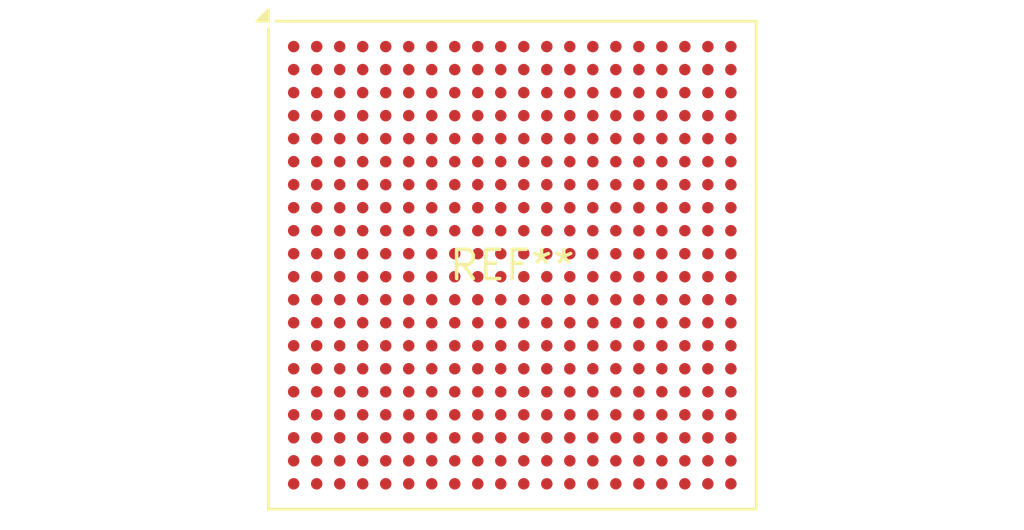
<source format=kicad_pcb>
(kicad_pcb (version 20240108) (generator pcbnew)
  (layers (0 "F.Cu" signal) (31 "B.Cu" signal) (34 "B.Paste" user) (35 "F.Paste" user) (36 "B.SilkS" user "B.Silkscreen") (37 "F.SilkS" user "F.Silkscreen") (38 "B.Mask" user) (39 "F.Mask" user) (44 "Edge.Cuts" user))
  (net 0 "")
  (footprint "BGA-400_21.0x21.0mm_Layout20x20_P1.0mm" (layer "F.Cu") (at 0 0)
    (property "Reference" "REF**")
    (property "Value" "BGA-400_21.0x21.0mm_Layout20x20_P1.0mm")
    (fp_line (start -10.6 10.6) (end -10.6 -10.28) (layer "F.SilkS") (stroke (width 0.12)))
    (fp_line (start -10.28 -10.6) (end 10.6 -10.6) (layer "F.SilkS") (stroke (width 0.12)))
    (fp_line (start 10.6 -10.6) (end 10.6 10.6) (layer "F.SilkS") (stroke (width 0.12)))
    (fp_line (start 10.6 10.6) (end -10.6 10.6) (layer "F.SilkS") (stroke (width 0.12)))
    (fp_poly (pts (xy -10.6 -10.6) (xy -11.1 -10.6) (xy -10.6 -11.1) (xy -10.6 -10.6)) (layer "F.SilkS") (stroke (width 0.12)) (fill solid))
    (pad "A1" smd circle (at -9.5 -9.5) (size 0.5 0.5) (property pad_prop_bga) (layers "F.Cu" "F.Paste" "F.Mask"))
    (pad "A2" smd circle (at -8.5 -9.5) (size 0.5 0.5) (property pad_prop_bga) (layers "F.Cu" "F.Paste" "F.Mask"))
    (pad "A3" smd circle (at -7.5 -9.5) (size 0.5 0.5) (property pad_prop_bga) (layers "F.Cu" "F.Paste" "F.Mask"))
    (pad "A4" smd circle (at -6.5 -9.5) (size 0.5 0.5) (property pad_prop_bga) (layers "F.Cu" "F.Paste" "F.Mask"))
    (pad "A5" smd circle (at -5.5 -9.5) (size 0.5 0.5) (property pad_prop_bga) (layers "F.Cu" "F.Paste" "F.Mask"))
    (pad "A6" smd circle (at -4.5 -9.5) (size 0.5 0.5) (property pad_prop_bga) (layers "F.Cu" "F.Paste" "F.Mask"))
    (pad "A7" smd circle (at -3.5 -9.5) (size 0.5 0.5) (property pad_prop_bga) (layers "F.Cu" "F.Paste" "F.Mask"))
    (pad "A8" smd circle (at -2.5 -9.5) (size 0.5 0.5) (property pad_prop_bga) (layers "F.Cu" "F.Paste" "F.Mask"))
    (pad "A9" smd circle (at -1.5 -9.5) (size 0.5 0.5) (property pad_prop_bga) (layers "F.Cu" "F.Paste" "F.Mask"))
    (pad "A10" smd circle (at -0.5 -9.5) (size 0.5 0.5) (property pad_prop_bga) (layers "F.Cu" "F.Paste" "F.Mask"))
    (pad "A11" smd circle (at 0.5 -9.5) (size 0.5 0.5) (property pad_prop_bga) (layers "F.Cu" "F.Paste" "F.Mask"))
    (pad "A12" smd circle (at 1.5 -9.5) (size 0.5 0.5) (property pad_prop_bga) (layers "F.Cu" "F.Paste" "F.Mask"))
    (pad "A13" smd circle (at 2.5 -9.5) (size 0.5 0.5) (property pad_prop_bga) (layers "F.Cu" "F.Paste" "F.Mask"))
    (pad "A14" smd circle (at 3.5 -9.5) (size 0.5 0.5) (property pad_prop_bga) (layers "F.Cu" "F.Paste" "F.Mask"))
    (pad "A15" smd circle (at 4.5 -9.5) (size 0.5 0.5) (property pad_prop_bga) (layers "F.Cu" "F.Paste" "F.Mask"))
    (pad "A16" smd circle (at 5.5 -9.5) (size 0.5 0.5) (property pad_prop_bga) (layers "F.Cu" "F.Paste" "F.Mask"))
    (pad "A17" smd circle (at 6.5 -9.5) (size 0.5 0.5) (property pad_prop_bga) (layers "F.Cu" "F.Paste" "F.Mask"))
    (pad "A18" smd circle (at 7.5 -9.5) (size 0.5 0.5) (property pad_prop_bga) (layers "F.Cu" "F.Paste" "F.Mask"))
    (pad "A19" smd circle (at 8.5 -9.5) (size 0.5 0.5) (property pad_prop_bga) (layers "F.Cu" "F.Paste" "F.Mask"))
    (pad "A20" smd circle (at 9.5 -9.5) (size 0.5 0.5) (property pad_prop_bga) (layers "F.Cu" "F.Paste" "F.Mask"))
    (pad "B1" smd circle (at -9.5 -8.5) (size 0.5 0.5) (property pad_prop_bga) (layers "F.Cu" "F.Paste" "F.Mask"))
    (pad "B2" smd circle (at -8.5 -8.5) (size 0.5 0.5) (property pad_prop_bga) (layers "F.Cu" "F.Paste" "F.Mask"))
    (pad "B3" smd circle (at -7.5 -8.5) (size 0.5 0.5) (property pad_prop_bga) (layers "F.Cu" "F.Paste" "F.Mask"))
    (pad "B4" smd circle (at -6.5 -8.5) (size 0.5 0.5) (property pad_prop_bga) (layers "F.Cu" "F.Paste" "F.Mask"))
    (pad "B5" smd circle (at -5.5 -8.5) (size 0.5 0.5) (property pad_prop_bga) (layers "F.Cu" "F.Paste" "F.Mask"))
    (pad "B6" smd circle (at -4.5 -8.5) (size 0.5 0.5) (property pad_prop_bga) (layers "F.Cu" "F.Paste" "F.Mask"))
    (pad "B7" smd circle (at -3.5 -8.5) (size 0.5 0.5) (property pad_prop_bga) (layers "F.Cu" "F.Paste" "F.Mask"))
    (pad "B8" smd circle (at -2.5 -8.5) (size 0.5 0.5) (property pad_prop_bga) (layers "F.Cu" "F.Paste" "F.Mask"))
    (pad "B9" smd circle (at -1.5 -8.5) (size 0.5 0.5) (property pad_prop_bga) (layers "F.Cu" "F.Paste" "F.Mask"))
    (pad "B10" smd circle (at -0.5 -8.5) (size 0.5 0.5) (property pad_prop_bga) (layers "F.Cu" "F.Paste" "F.Mask"))
    (pad "B11" smd circle (at 0.5 -8.5) (size 0.5 0.5) (property pad_prop_bga) (layers "F.Cu" "F.Paste" "F.Mask"))
    (pad "B12" smd circle (at 1.5 -8.5) (size 0.5 0.5) (property pad_prop_bga) (layers "F.Cu" "F.Paste" "F.Mask"))
    (pad "B13" smd circle (at 2.5 -8.5) (size 0.5 0.5) (property pad_prop_bga) (layers "F.Cu" "F.Paste" "F.Mask"))
    (pad "B14" smd circle (at 3.5 -8.5) (size 0.5 0.5) (property pad_prop_bga) (layers "F.Cu" "F.Paste" "F.Mask"))
    (pad "B15" smd circle (at 4.5 -8.5) (size 0.5 0.5) (property pad_prop_bga) (layers "F.Cu" "F.Paste" "F.Mask"))
    (pad "B16" smd circle (at 5.5 -8.5) (size 0.5 0.5) (property pad_prop_bga) (layers "F.Cu" "F.Paste" "F.Mask"))
    (pad "B17" smd circle (at 6.5 -8.5) (size 0.5 0.5) (property pad_prop_bga) (layers "F.Cu" "F.Paste" "F.Mask"))
    (pad "B18" smd circle (at 7.5 -8.5) (size 0.5 0.5) (property pad_prop_bga) (layers "F.Cu" "F.Paste" "F.Mask"))
    (pad "B19" smd circle (at 8.5 -8.5) (size 0.5 0.5) (property pad_prop_bga) (layers "F.Cu" "F.Paste" "F.Mask"))
    (pad "B20" smd circle (at 9.5 -8.5) (size 0.5 0.5) (property pad_prop_bga) (layers "F.Cu" "F.Paste" "F.Mask"))
    (pad "C1" smd circle (at -9.5 -7.5) (size 0.5 0.5) (property pad_prop_bga) (layers "F.Cu" "F.Paste" "F.Mask"))
    (pad "C2" smd circle (at -8.5 -7.5) (size 0.5 0.5) (property pad_prop_bga) (layers "F.Cu" "F.Paste" "F.Mask"))
    (pad "C3" smd circle (at -7.5 -7.5) (size 0.5 0.5) (property pad_prop_bga) (layers "F.Cu" "F.Paste" "F.Mask"))
    (pad "C4" smd circle (at -6.5 -7.5) (size 0.5 0.5) (property pad_prop_bga) (layers "F.Cu" "F.Paste" "F.Mask"))
    (pad "C5" smd circle (at -5.5 -7.5) (size 0.5 0.5) (property pad_prop_bga) (layers "F.Cu" "F.Paste" "F.Mask"))
    (pad "C6" smd circle (at -4.5 -7.5) (size 0.5 0.5) (property pad_prop_bga) (layers "F.Cu" "F.Paste" "F.Mask"))
    (pad "C7" smd circle (at -3.5 -7.5) (size 0.5 0.5) (property pad_prop_bga) (layers "F.Cu" "F.Paste" "F.Mask"))
    (pad "C8" smd circle (at -2.5 -7.5) (size 0.5 0.5) (property pad_prop_bga) (layers "F.Cu" "F.Paste" "F.Mask"))
    (pad "C9" smd circle (at -1.5 -7.5) (size 0.5 0.5) (property pad_prop_bga) (layers "F.Cu" "F.Paste" "F.Mask"))
    (pad "C10" smd circle (at -0.5 -7.5) (size 0.5 0.5) (property pad_prop_bga) (layers "F.Cu" "F.Paste" "F.Mask"))
    (pad "C11" smd circle (at 0.5 -7.5) (size 0.5 0.5) (property pad_prop_bga) (layers "F.Cu" "F.Paste" "F.Mask"))
    (pad "C12" smd circle (at 1.5 -7.5) (size 0.5 0.5) (property pad_prop_bga) (layers "F.Cu" "F.Paste" "F.Mask"))
    (pad "C13" smd circle (at 2.5 -7.5) (size 0.5 0.5) (property pad_prop_bga) (layers "F.Cu" "F.Paste" "F.Mask"))
    (pad "C14" smd circle (at 3.5 -7.5) (size 0.5 0.5) (property pad_prop_bga) (layers "F.Cu" "F.Paste" "F.Mask"))
    (pad "C15" smd circle (at 4.5 -7.5) (size 0.5 0.5) (property pad_prop_bga) (layers "F.Cu" "F.Paste" "F.Mask"))
    (pad "C16" smd circle (at 5.5 -7.5) (size 0.5 0.5) (property pad_prop_bga) (layers "F.Cu" "F.Paste" "F.Mask"))
    (pad "C17" smd circle (at 6.5 -7.5) (size 0.5 0.5) (property pad_prop_bga) (layers "F.Cu" "F.Paste" "F.Mask"))
    (pad "C18" smd circle (at 7.5 -7.5) (size 0.5 0.5) (property pad_prop_bga) (layers "F.Cu" "F.Paste" "F.Mask"))
    (pad "C19" smd circle (at 8.5 -7.5) (size 0.5 0.5) (property pad_prop_bga) (layers "F.Cu" "F.Paste" "F.Mask"))
    (pad "C20" smd circle (at 9.5 -7.5) (size 0.5 0.5) (property pad_prop_bga) (layers "F.Cu" "F.Paste" "F.Mask"))
    (pad "D1" smd circle (at -9.5 -6.5) (size 0.5 0.5) (property pad_prop_bga) (layers "F.Cu" "F.Paste" "F.Mask"))
    (pad "D2" smd circle (at -8.5 -6.5) (size 0.5 0.5) (property pad_prop_bga) (layers "F.Cu" "F.Paste" "F.Mask"))
    (pad "D3" smd circle (at -7.5 -6.5) (size 0.5 0.5) (property pad_prop_bga) (layers "F.Cu" "F.Paste" "F.Mask"))
    (pad "D4" smd circle (at -6.5 -6.5) (size 0.5 0.5) (property pad_prop_bga) (layers "F.Cu" "F.Paste" "F.Mask"))
    (pad "D5" smd circle (at -5.5 -6.5) (size 0.5 0.5) (property pad_prop_bga) (layers "F.Cu" "F.Paste" "F.Mask"))
    (pad "D6" smd circle (at -4.5 -6.5) (size 0.5 0.5) (property pad_prop_bga) (layers "F.Cu" "F.Paste" "F.Mask"))
    (pad "D7" smd circle (at -3.5 -6.5) (size 0.5 0.5) (property pad_prop_bga) (layers "F.Cu" "F.Paste" "F.Mask"))
    (pad "D8" smd circle (at -2.5 -6.5) (size 0.5 0.5) (property pad_prop_bga) (layers "F.Cu" "F.Paste" "F.Mask"))
    (pad "D9" smd circle (at -1.5 -6.5) (size 0.5 0.5) (property pad_prop_bga) (layers "F.Cu" "F.Paste" "F.Mask"))
    (pad "D10" smd circle (at -0.5 -6.5) (size 0.5 0.5) (property pad_prop_bga) (layers "F.Cu" "F.Paste" "F.Mask"))
    (pad "D11" smd circle (at 0.5 -6.5) (size 0.5 0.5) (property pad_prop_bga) (layers "F.Cu" "F.Paste" "F.Mask"))
    (pad "D12" smd circle (at 1.5 -6.5) (size 0.5 0.5) (property pad_prop_bga) (layers "F.Cu" "F.Paste" "F.Mask"))
    (pad "D13" smd circle (at 2.5 -6.5) (size 0.5 0.5) (property pad_prop_bga) (layers "F.Cu" "F.Paste" "F.Mask"))
    (pad "D14" smd circle (at 3.5 -6.5) (size 0.5 0.5) (property pad_prop_bga) (layers "F.Cu" "F.Paste" "F.Mask"))
    (pad "D15" smd circle (at 4.5 -6.5) (size 0.5 0.5) (property pad_prop_bga) (layers "F.Cu" "F.Paste" "F.Mask"))
    (pad "D16" smd circle (at 5.5 -6.5) (size 0.5 0.5) (property pad_prop_bga) (layers "F.Cu" "F.Paste" "F.Mask"))
    (pad "D17" smd circle (at 6.5 -6.5) (size 0.5 0.5) (property pad_prop_bga) (layers "F.Cu" "F.Paste" "F.Mask"))
    (pad "D18" smd circle (at 7.5 -6.5) (size 0.5 0.5) (property pad_prop_bga) (layers "F.Cu" "F.Paste" "F.Mask"))
    (pad "D19" smd circle (at 8.5 -6.5) (size 0.5 0.5) (property pad_prop_bga) (layers "F.Cu" "F.Paste" "F.Mask"))
    (pad "D20" smd circle (at 9.5 -6.5) (size 0.5 0.5) (property pad_prop_bga) (layers "F.Cu" "F.Paste" "F.Mask"))
    (pad "E1" smd circle (at -9.5 -5.5) (size 0.5 0.5) (property pad_prop_bga) (layers "F.Cu" "F.Paste" "F.Mask"))
    (pad "E2" smd circle (at -8.5 -5.5) (size 0.5 0.5) (property pad_prop_bga) (layers "F.Cu" "F.Paste" "F.Mask"))
    (pad "E3" smd circle (at -7.5 -5.5) (size 0.5 0.5) (property pad_prop_bga) (layers "F.Cu" "F.Paste" "F.Mask"))
    (pad "E4" smd circle (at -6.5 -5.5) (size 0.5 0.5) (property pad_prop_bga) (layers "F.Cu" "F.Paste" "F.Mask"))
    (pad "E5" smd circle (at -5.5 -5.5) (size 0.5 0.5) (property pad_prop_bga) (layers "F.Cu" "F.Paste" "F.Mask"))
    (pad "E6" smd circle (at -4.5 -5.5) (size 0.5 0.5) (property pad_prop_bga) (layers "F.Cu" "F.Paste" "F.Mask"))
    (pad "E7" smd circle (at -3.5 -5.5) (size 0.5 0.5) (property pad_prop_bga) (layers "F.Cu" "F.Paste" "F.Mask"))
    (pad "E8" smd circle (at -2.5 -5.5) (size 0.5 0.5) (property pad_prop_bga) (layers "F.Cu" "F.Paste" "F.Mask"))
    (pad "E9" smd circle (at -1.5 -5.5) (size 0.5 0.5) (property pad_prop_bga) (layers "F.Cu" "F.Paste" "F.Mask"))
    (pad "E10" smd circle (at -0.5 -5.5) (size 0.5 0.5) (property pad_prop_bga) (layers "F.Cu" "F.Paste" "F.Mask"))
    (pad "E11" smd circle (at 0.5 -5.5) (size 0.5 0.5) (property pad_prop_bga) (layers "F.Cu" "F.Paste" "F.Mask"))
    (pad "E12" smd circle (at 1.5 -5.5) (size 0.5 0.5) (property pad_prop_bga) (layers "F.Cu" "F.Paste" "F.Mask"))
    (pad "E13" smd circle (at 2.5 -5.5) (size 0.5 0.5) (property pad_prop_bga) (layers "F.Cu" "F.Paste" "F.Mask"))
    (pad "E14" smd circle (at 3.5 -5.5) (size 0.5 0.5) (property pad_prop_bga) (layers "F.Cu" "F.Paste" "F.Mask"))
    (pad "E15" smd circle (at 4.5 -5.5) (size 0.5 0.5) (property pad_prop_bga) (layers "F.Cu" "F.Paste" "F.Mask"))
    (pad "E16" smd circle (at 5.5 -5.5) (size 0.5 0.5) (property pad_prop_bga) (layers "F.Cu" "F.Paste" "F.Mask"))
    (pad "E17" smd circle (at 6.5 -5.5) (size 0.5 0.5) (property pad_prop_bga) (layers "F.Cu" "F.Paste" "F.Mask"))
    (pad "E18" smd circle (at 7.5 -5.5) (size 0.5 0.5) (property pad_prop_bga) (layers "F.Cu" "F.Paste" "F.Mask"))
    (pad "E19" smd circle (at 8.5 -5.5) (size 0.5 0.5) (property pad_prop_bga) (layers "F.Cu" "F.Paste" "F.Mask"))
    (pad "E20" smd circle (at 9.5 -5.5) (size 0.5 0.5) (property pad_prop_bga) (layers "F.Cu" "F.Paste" "F.Mask"))
    (pad "F1" smd circle (at -9.5 -4.5) (size 0.5 0.5) (property pad_prop_bga) (layers "F.Cu" "F.Paste" "F.Mask"))
    (pad "F2" smd circle (at -8.5 -4.5) (size 0.5 0.5) (property pad_prop_bga) (layers "F.Cu" "F.Paste" "F.Mask"))
    (pad "F3" smd circle (at -7.5 -4.5) (size 0.5 0.5) (property pad_prop_bga) (layers "F.Cu" "F.Paste" "F.Mask"))
    (pad "F4" smd circle (at -6.5 -4.5) (size 0.5 0.5) (property pad_prop_bga) (layers "F.Cu" "F.Paste" "F.Mask"))
    (pad "F5" smd circle (at -5.5 -4.5) (size 0.5 0.5) (property pad_prop_bga) (layers "F.Cu" "F.Paste" "F.Mask"))
    (pad "F6" smd circle (at -4.5 -4.5) (size 0.5 0.5) (property pad_prop_bga) (layers "F.Cu" "F.Paste" "F.Mask"))
    (pad "F7" smd circle (at -3.5 -4.5) (size 0.5 0.5) (property pad_prop_bga) (layers "F.Cu" "F.Paste" "F.Mask"))
    (pad "F8" smd circle (at -2.5 -4.5) (size 0.5 0.5) (property pad_prop_bga) (layers "F.Cu" "F.Paste" "F.Mask"))
    (pad "F9" smd circle (at -1.5 -4.5) (size 0.5 0.5) (property pad_prop_bga) (layers "F.Cu" "F.Paste" "F.Mask"))
    (pad "F10" smd circle (at -0.5 -4.5) (size 0.5 0.5) (property pad_prop_bga) (layers "F.Cu" "F.Paste" "F.Mask"))
    (pad "F11" smd circle (at 0.5 -4.5) (size 0.5 0.5) (property pad_prop_bga) (layers "F.Cu" "F.Paste" "F.Mask"))
    (pad "F12" smd circle (at 1.5 -4.5) (size 0.5 0.5) (property pad_prop_bga) (layers "F.Cu" "F.Paste" "F.Mask"))
    (pad "F13" smd circle (at 2.5 -4.5) (size 0.5 0.5) (property pad_prop_bga) (layers "F.Cu" "F.Paste" "F.Mask"))
    (pad "F14" smd circle (at 3.5 -4.5) (size 0.5 0.5) (property pad_prop_bga) (layers "F.Cu" "F.Paste" "F.Mask"))
    (pad "F15" smd circle (at 4.5 -4.5) (size 0.5 0.5) (property pad_prop_bga) (layers "F.Cu" "F.Paste" "F.Mask"))
    (pad "F16" smd circle (at 5.5 -4.5) (size 0.5 0.5) (property pad_prop_bga) (layers "F.Cu" "F.Paste" "F.Mask"))
    (pad "F17" smd circle (at 6.5 -4.5) (size 0.5 0.5) (property pad_prop_bga) (layers "F.Cu" "F.Paste" "F.Mask"))
    (pad "F18" smd circle (at 7.5 -4.5) (size 0.5 0.5) (property pad_prop_bga) (layers "F.Cu" "F.Paste" "F.Mask"))
    (pad "F19" smd circle (at 8.5 -4.5) (size 0.5 0.5) (property pad_prop_bga) (layers "F.Cu" "F.Paste" "F.Mask"))
    (pad "F20" smd circle (at 9.5 -4.5) (size 0.5 0.5) (property pad_prop_bga) (layers "F.Cu" "F.Paste" "F.Mask"))
    (pad "G1" smd circle (at -9.5 -3.5) (size 0.5 0.5) (property pad_prop_bga) (layers "F.Cu" "F.Paste" "F.Mask"))
    (pad "G2" smd circle (at -8.5 -3.5) (size 0.5 0.5) (property pad_prop_bga) (layers "F.Cu" "F.Paste" "F.Mask"))
    (pad "G3" smd circle (at -7.5 -3.5) (size 0.5 0.5) (property pad_prop_bga) (layers "F.Cu" "F.Paste" "F.Mask"))
    (pad "G4" smd circle (at -6.5 -3.5) (size 0.5 0.5) (property pad_prop_bga) (layers "F.Cu" "F.Paste" "F.Mask"))
    (pad "G5" smd circle (at -5.5 -3.5) (size 0.5 0.5) (property pad_prop_bga) (layers "F.Cu" "F.Paste" "F.Mask"))
    (pad "G6" smd circle (at -4.5 -3.5) (size 0.5 0.5) (property pad_prop_bga) (layers "F.Cu" "F.Paste" "F.Mask"))
    (pad "G7" smd circle (at -3.5 -3.5) (size 0.5 0.5) (property pad_prop_bga) (layers "F.Cu" "F.Paste" "F.Mask"))
    (pad "G8" smd circle (at -2.5 -3.5) (size 0.5 0.5) (property pad_prop_bga) (layers "F.Cu" "F.Paste" "F.Mask"))
    (pad "G9" smd circle (at -1.5 -3.5) (size 0.5 0.5) (property pad_prop_bga) (layers "F.Cu" "F.Paste" "F.Mask"))
    (pad "G10" smd circle (at -0.5 -3.5) (size 0.5 0.5) (property pad_prop_bga) (layers "F.Cu" "F.Paste" "F.Mask"))
    (pad "G11" smd circle (at 0.5 -3.5) (size 0.5 0.5) (property pad_prop_bga) (layers "F.Cu" "F.Paste" "F.Mask"))
    (pad "G12" smd circle (at 1.5 -3.5) (size 0.5 0.5) (property pad_prop_bga) (layers "F.Cu" "F.Paste" "F.Mask"))
    (pad "G13" smd circle (at 2.5 -3.5) (size 0.5 0.5) (property pad_prop_bga) (layers "F.Cu" "F.Paste" "F.Mask"))
    (pad "G14" smd circle (at 3.5 -3.5) (size 0.5 0.5) (property pad_prop_bga) (layers "F.Cu" "F.Paste" "F.Mask"))
    (pad "G15" smd circle (at 4.5 -3.5) (size 0.5 0.5) (property pad_prop_bga) (layers "F.Cu" "F.Paste" "F.Mask"))
    (pad "G16" smd circle (at 5.5 -3.5) (size 0.5 0.5) (property pad_prop_bga) (layers "F.Cu" "F.Paste" "F.Mask"))
    (pad "G17" smd circle (at 6.5 -3.5) (size 0.5 0.5) (property pad_prop_bga) (layers "F.Cu" "F.Paste" "F.Mask"))
    (pad "G18" smd circle (at 7.5 -3.5) (size 0.5 0.5) (property pad_prop_bga) (layers "F.Cu" "F.Paste" "F.Mask"))
    (pad "G19" smd circle (at 8.5 -3.5) (size 0.5 0.5) (property pad_prop_bga) (layers "F.Cu" "F.Paste" "F.Mask"))
    (pad "G20" smd circle (at 9.5 -3.5) (size 0.5 0.5) (property pad_prop_bga) (layers "F.Cu" "F.Paste" "F.Mask"))
    (pad "H1" smd circle (at -9.5 -2.5) (size 0.5 0.5) (property pad_prop_bga) (layers "F.Cu" "F.Paste" "F.Mask"))
    (pad "H2" smd circle (at -8.5 -2.5) (size 0.5 0.5) (property pad_prop_bga) (layers "F.Cu" "F.Paste" "F.Mask"))
    (pad "H3" smd circle (at -7.5 -2.5) (size 0.5 0.5) (property pad_prop_bga) (layers "F.Cu" "F.Paste" "F.Mask"))
    (pad "H4" smd circle (at -6.5 -2.5) (size 0.5 0.5) (property pad_prop_bga) (layers "F.Cu" "F.Paste" "F.Mask"))
    (pad "H5" smd circle (at -5.5 -2.5) (size 0.5 0.5) (property pad_prop_bga) (layers "F.Cu" "F.Paste" "F.Mask"))
    (pad "H6" smd circle (at -4.5 -2.5) (size 0.5 0.5) (property pad_prop_bga) (layers "F.Cu" "F.Paste" "F.Mask"))
    (pad "H7" smd circle (at -3.5 -2.5) (size 0.5 0.5) (property pad_prop_bga) (layers "F.Cu" "F.Paste" "F.Mask"))
    (pad "H8" smd circle (at -2.5 -2.5) (size 0.5 0.5) (property pad_prop_bga) (layers "F.Cu" "F.Paste" "F.Mask"))
    (pad "H9" smd circle (at -1.5 -2.5) (size 0.5 0.5) (property pad_prop_bga) (layers "F.Cu" "F.Paste" "F.Mask"))
    (pad "H10" smd circle (at -0.5 -2.5) (size 0.5 0.5) (property pad_prop_bga) (layers "F.Cu" "F.Paste" "F.Mask"))
    (pad "H11" smd circle (at 0.5 -2.5) (size 0.5 0.5) (property pad_prop_bga) (layers "F.Cu" "F.Paste" "F.Mask"))
    (pad "H12" smd circle (at 1.5 -2.5) (size 0.5 0.5) (property pad_prop_bga) (layers "F.Cu" "F.Paste" "F.Mask"))
    (pad "H13" smd circle (at 2.5 -2.5) (size 0.5 0.5) (property pad_prop_bga) (layers "F.Cu" "F.Paste" "F.Mask"))
    (pad "H14" smd circle (at 3.5 -2.5) (size 0.5 0.5) (property pad_prop_bga) (layers "F.Cu" "F.Paste" "F.Mask"))
    (pad "H15" smd circle (at 4.5 -2.5) (size 0.5 0.5) (property pad_prop_bga) (layers "F.Cu" "F.Paste" "F.Mask"))
    (pad "H16" smd circle (at 5.5 -2.5) (size 0.5 0.5) (property pad_prop_bga) (layers "F.Cu" "F.Paste" "F.Mask"))
    (pad "H17" smd circle (at 6.5 -2.5) (size 0.5 0.5) (property pad_prop_bga) (layers "F.Cu" "F.Paste" "F.Mask"))
    (pad "H18" smd circle (at 7.5 -2.5) (size 0.5 0.5) (property pad_prop_bga) (layers "F.Cu" "F.Paste" "F.Mask"))
    (pad "H19" smd circle (at 8.5 -2.5) (size 0.5 0.5) (property pad_prop_bga) (layers "F.Cu" "F.Paste" "F.Mask"))
    (pad "H20" smd circle (at 9.5 -2.5) (size 0.5 0.5) (property pad_prop_bga) (layers "F.Cu" "F.Paste" "F.Mask"))
    (pad "J1" smd circle (at -9.5 -1.5) (size 0.5 0.5) (property pad_prop_bga) (layers "F.Cu" "F.Paste" "F.Mask"))
    (pad "J2" smd circle (at -8.5 -1.5) (size 0.5 0.5) (property pad_prop_bga) (layers "F.Cu" "F.Paste" "F.Mask"))
    (pad "J3" smd circle (at -7.5 -1.5) (size 0.5 0.5) (property pad_prop_bga) (layers "F.Cu" "F.Paste" "F.Mask"))
    (pad "J4" smd circle (at -6.5 -1.5) (size 0.5 0.5) (property pad_prop_bga) (layers "F.Cu" "F.Paste" "F.Mask"))
    (pad "J5" smd circle (at -5.5 -1.5) (size 0.5 0.5) (property pad_prop_bga) (layers "F.Cu" "F.Paste" "F.Mask"))
    (pad "J6" smd circle (at -4.5 -1.5) (size 0.5 0.5) (property pad_prop_bga) (layers "F.Cu" "F.Paste" "F.Mask"))
    (pad "J7" smd circle (at -3.5 -1.5) (size 0.5 0.5) (property pad_prop_bga) (layers "F.Cu" "F.Paste" "F.Mask"))
    (pad "J8" smd circle (at -2.5 -1.5) (size 0.5 0.5) (property pad_prop_bga) (layers "F.Cu" "F.Paste" "F.Mask"))
    (pad "J9" smd circle (at -1.5 -1.5) (size 0.5 0.5) (property pad_prop_bga) (layers "F.Cu" "F.Paste" "F.Mask"))
    (pad "J10" smd circle (at -0.5 -1.5) (size 0.5 0.5) (property pad_prop_bga) (layers "F.Cu" "F.Paste" "F.Mask"))
    (pad "J11" smd circle (at 0.5 -1.5) (size 0.5 0.5) (property pad_prop_bga) (layers "F.Cu" "F.Paste" "F.Mask"))
    (pad "J12" smd circle (at 1.5 -1.5) (size 0.5 0.5) (property pad_prop_bga) (layers "F.Cu" "F.Paste" "F.Mask"))
    (pad "J13" smd circle (at 2.5 -1.5) (size 0.5 0.5) (property pad_prop_bga) (layers "F.Cu" "F.Paste" "F.Mask"))
    (pad "J14" smd circle (at 3.5 -1.5) (size 0.5 0.5) (property pad_prop_bga) (layers "F.Cu" "F.Paste" "F.Mask"))
    (pad "J15" smd circle (at 4.5 -1.5) (size 0.5 0.5) (property pad_prop_bga) (layers "F.Cu" "F.Paste" "F.Mask"))
    (pad "J16" smd circle (at 5.5 -1.5) (size 0.5 0.5) (property pad_prop_bga) (layers "F.Cu" "F.Paste" "F.Mask"))
    (pad "J17" smd circle (at 6.5 -1.5) (size 0.5 0.5) (property pad_prop_bga) (layers "F.Cu" "F.Paste" "F.Mask"))
    (pad "J18" smd circle (at 7.5 -1.5) (size 0.5 0.5) (property pad_prop_bga) (layers "F.Cu" "F.Paste" "F.Mask"))
    (pad "J19" smd circle (at 8.5 -1.5) (size 0.5 0.5) (property pad_prop_bga) (layers "F.Cu" "F.Paste" "F.Mask"))
    (pad "J20" smd circle (at 9.5 -1.5) (size 0.5 0.5) (property pad_prop_bga) (layers "F.Cu" "F.Paste" "F.Mask"))
    (pad "K1" smd circle (at -9.5 -0.5) (size 0.5 0.5) (property pad_prop_bga) (layers "F.Cu" "F.Paste" "F.Mask"))
    (pad "K2" smd circle (at -8.5 -0.5) (size 0.5 0.5) (property pad_prop_bga) (layers "F.Cu" "F.Paste" "F.Mask"))
    (pad "K3" smd circle (at -7.5 -0.5) (size 0.5 0.5) (property pad_prop_bga) (layers "F.Cu" "F.Paste" "F.Mask"))
    (pad "K4" smd circle (at -6.5 -0.5) (size 0.5 0.5) (property pad_prop_bga) (layers "F.Cu" "F.Paste" "F.Mask"))
    (pad "K5" smd circle (at -5.5 -0.5) (size 0.5 0.5) (property pad_prop_bga) (layers "F.Cu" "F.Paste" "F.Mask"))
    (pad "K6" smd circle (at -4.5 -0.5) (size 0.5 0.5) (property pad_prop_bga) (layers "F.Cu" "F.Paste" "F.Mask"))
    (pad "K7" smd circle (at -3.5 -0.5) (size 0.5 0.5) (property pad_prop_bga) (layers "F.Cu" "F.Paste" "F.Mask"))
    (pad "K8" smd circle (at -2.5 -0.5) (size 0.5 0.5) (property pad_prop_bga) (layers "F.Cu" "F.Paste" "F.Mask"))
    (pad "K9" smd circle (at -1.5 -0.5) (size 0.5 0.5) (property pad_prop_bga) (layers "F.Cu" "F.Paste" "F.Mask"))
    (pad "K10" smd circle (at -0.5 -0.5) (size 0.5 0.5) (property pad_prop_bga) (layers "F.Cu" "F.Paste" "F.Mask"))
    (pad "K11" smd circle (at 0.5 -0.5) (size 0.5 0.5) (property pad_prop_bga) (layers "F.Cu" "F.Paste" "F.Mask"))
    (pad "K12" smd circle (at 1.5 -0.5) (size 0.5 0.5) (property pad_prop_bga) (layers "F.Cu" "F.Paste" "F.Mask"))
    (pad "K13" smd circle (at 2.5 -0.5) (size 0.5 0.5) (property pad_prop_bga) (layers "F.Cu" "F.Paste" "F.Mask"))
    (pad "K14" smd circle (at 3.5 -0.5) (size 0.5 0.5) (property pad_prop_bga) (layers "F.Cu" "F.Paste" "F.Mask"))
    (pad "K15" smd circle (at 4.5 -0.5) (size 0.5 0.5) (property pad_prop_bga) (layers "F.Cu" "F.Paste" "F.Mask"))
    (pad "K16" smd circle (at 5.5 -0.5) (size 0.5 0.5) (property pad_prop_bga) (layers "F.Cu" "F.Paste" "F.Mask"))
    (pad "K17" smd circle (at 6.5 -0.5) (size 0.5 0.5) (property pad_prop_bga) (layers "F.Cu" "F.Paste" "F.Mask"))
    (pad "K18" smd circle (at 7.5 -0.5) (size 0.5 0.5) (property pad_prop_bga) (layers "F.Cu" "F.Paste" "F.Mask"))
    (pad "K19" smd circle (at 8.5 -0.5) (size 0.5 0.5) (property pad_prop_bga) (layers "F.Cu" "F.Paste" "F.Mask"))
    (pad "K20" smd circle (at 9.5 -0.5) (size 0.5 0.5) (property pad_prop_bga) (layers "F.Cu" "F.Paste" "F.Mask"))
    (pad "L1" smd circle (at -9.5 0.5) (size 0.5 0.5) (property pad_prop_bga) (layers "F.Cu" "F.Paste" "F.Mask"))
    (pad "L2" smd circle (at -8.5 0.5) (size 0.5 0.5) (property pad_prop_bga) (layers "F.Cu" "F.Paste" "F.Mask"))
    (pad "L3" smd circle (at -7.5 0.5) (size 0.5 0.5) (property pad_prop_bga) (layers "F.Cu" "F.Paste" "F.Mask"))
    (pad "L4" smd circle (at -6.5 0.5) (size 0.5 0.5) (property pad_prop_bga) (layers "F.Cu" "F.Paste" "F.Mask"))
    (pad "L5" smd circle (at -5.5 0.5) (size 0.5 0.5) (property pad_prop_bga) (layers "F.Cu" "F.Paste" "F.Mask"))
    (pad "L6" smd circle (at -4.5 0.5) (size 0.5 0.5) (property pad_prop_bga) (layers "F.Cu" "F.Paste" "F.Mask"))
    (pad "L7" smd circle (at -3.5 0.5) (size 0.5 0.5) (property pad_prop_bga) (layers "F.Cu" "F.Paste" "F.Mask"))
    (pad "L8" smd circle (at -2.5 0.5) (size 0.5 0.5) (property pad_prop_bga) (layers "F.Cu" "F.Paste" "F.Mask"))
    (pad "L9" smd circle (at -1.5 0.5) (size 0.5 0.5) (property pad_prop_bga) (layers "F.Cu" "F.Paste" "F.Mask"))
    (pad "L10" smd circle (at -0.5 0.5) (size 0.5 0.5) (property pad_prop_bga) (layers "F.Cu" "F.Paste" "F.Mask"))
    (pad "L11" smd circle (at 0.5 0.5) (size 0.5 0.5) (property pad_prop_bga) (layers "F.Cu" "F.Paste" "F.Mask"))
    (pad "L12" smd circle (at 1.5 0.5) (size 0.5 0.5) (property pad_prop_bga) (layers "F.Cu" "F.Paste" "F.Mask"))
    (pad "L13" smd circle (at 2.5 0.5) (size 0.5 0.5) (property pad_prop_bga) (layers "F.Cu" "F.Paste" "F.Mask"))
    (pad "L14" smd circle (at 3.5 0.5) (size 0.5 0.5) (property pad_prop_bga) (layers "F.Cu" "F.Paste" "F.Mask"))
    (pad "L15" smd circle (at 4.5 0.5) (size 0.5 0.5) (property pad_prop_bga) (layers "F.Cu" "F.Paste" "F.Mask"))
    (pad "L16" smd circle (at 5.5 0.5) (size 0.5 0.5) (property pad_prop_bga) (layers "F.Cu" "F.Paste" "F.Mask"))
    (pad "L17" smd circle (at 6.5 0.5) (size 0.5 0.5) (property pad_prop_bga) (layers "F.Cu" "F.Paste" "F.Mask"))
    (pad "L18" smd circle (at 7.5 0.5) (size 0.5 0.5) (property pad_prop_bga) (layers "F.Cu" "F.Paste" "F.Mask"))
    (pad "L19" smd circle (at 8.5 0.5) (size 0.5 0.5) (property pad_prop_bga) (layers "F.Cu" "F.Paste" "F.Mask"))
    (pad "L20" smd circle (at 9.5 0.5) (size 0.5 0.5) (property pad_prop_bga) (layers "F.Cu" "F.Paste" "F.Mask"))
    (pad "M1" smd circle (at -9.5 1.5) (size 0.5 0.5) (property pad_prop_bga) (layers "F.Cu" "F.Paste" "F.Mask"))
    (pad "M2" smd circle (at -8.5 1.5) (size 0.5 0.5) (property pad_prop_bga) (layers "F.Cu" "F.Paste" "F.Mask"))
    (pad "M3" smd circle (at -7.5 1.5) (size 0.5 0.5) (property pad_prop_bga) (layers "F.Cu" "F.Paste" "F.Mask"))
    (pad "M4" smd circle (at -6.5 1.5) (size 0.5 0.5) (property pad_prop_bga) (layers "F.Cu" "F.Paste" "F.Mask"))
    (pad "M5" smd circle (at -5.5 1.5) (size 0.5 0.5) (property pad_prop_bga) (layers "F.Cu" "F.Paste" "F.Mask"))
    (pad "M6" smd circle (at -4.5 1.5) (size 0.5 0.5) (property pad_prop_bga) (layers "F.Cu" "F.Paste" "F.Mask"))
    (pad "M7" smd circle (at -3.5 1.5) (size 0.5 0.5) (property pad_prop_bga) (layers "F.Cu" "F.Paste" "F.Mask"))
    (pad "M8" smd circle (at -2.5 1.5) (size 0.5 0.5) (property pad_prop_bga) (layers "F.Cu" "F.Paste" "F.Mask"))
    (pad "M9" smd circle (at -1.5 1.5) (size 0.5 0.5) (property pad_prop_bga) (layers "F.Cu" "F.Paste" "F.Mask"))
    (pad "M10" smd circle (at -0.5 1.5) (size 0.5 0.5) (property pad_prop_bga) (layers "F.Cu" "F.Paste" "F.Mask"))
    (pad "M11" smd circle (at 0.5 1.5) (size 0.5 0.5) (property pad_prop_bga) (layers "F.Cu" "F.Paste" "F.Mask"))
    (pad "M12" smd circle (at 1.5 1.5) (size 0.5 0.5) (property pad_prop_bga) (layers "F.Cu" "F.Paste" "F.Mask"))
    (pad "M13" smd circle (at 2.5 1.5) (size 0.5 0.5) (property pad_prop_bga) (layers "F.Cu" "F.Paste" "F.Mask"))
    (pad "M14" smd circle (at 3.5 1.5) (size 0.5 0.5) (property pad_prop_bga) (layers "F.Cu" "F.Paste" "F.Mask"))
    (pad "M15" smd circle (at 4.5 1.5) (size 0.5 0.5) (property pad_prop_bga) (layers "F.Cu" "F.Paste" "F.Mask"))
    (pad "M16" smd circle (at 5.5 1.5) (size 0.5 0.5) (property pad_prop_bga) (layers "F.Cu" "F.Paste" "F.Mask"))
    (pad "M17" smd circle (at 6.5 1.5) (size 0.5 0.5) (property pad_prop_bga) (layers "F.Cu" "F.Paste" "F.Mask"))
    (pad "M18" smd circle (at 7.5 1.5) (size 0.5 0.5) (property pad_prop_bga) (layers "F.Cu" "F.Paste" "F.Mask"))
    (pad "M19" smd circle (at 8.5 1.5) (size 0.5 0.5) (property pad_prop_bga) (layers "F.Cu" "F.Paste" "F.Mask"))
    (pad "M20" smd circle (at 9.5 1.5) (size 0.5 0.5) (property pad_prop_bga) (layers "F.Cu" "F.Paste" "F.Mask"))
    (pad "N1" smd circle (at -9.5 2.5) (size 0.5 0.5) (property pad_prop_bga) (layers "F.Cu" "F.Paste" "F.Mask"))
    (pad "N2" smd circle (at -8.5 2.5) (size 0.5 0.5) (property pad_prop_bga) (layers "F.Cu" "F.Paste" "F.Mask"))
    (pad "N3" smd circle (at -7.5 2.5) (size 0.5 0.5) (property pad_prop_bga) (layers "F.Cu" "F.Paste" "F.Mask"))
    (pad "N4" smd circle (at -6.5 2.5) (size 0.5 0.5) (property pad_prop_bga) (layers "F.Cu" "F.Paste" "F.Mask"))
    (pad "N5" smd circle (at -5.5 2.5) (size 0.5 0.5) (property pad_prop_bga) (layers "F.Cu" "F.Paste" "F.Mask"))
    (pad "N6" smd circle (at -4.5 2.5) (size 0.5 0.5) (property pad_prop_bga) (layers "F.Cu" "F.Paste" "F.Mask"))
    (pad "N7" smd circle (at -3.5 2.5) (size 0.5 0.5) (property pad_prop_bga) (layers "F.Cu" "F.Paste" "F.Mask"))
    (pad "N8" smd circle (at -2.5 2.5) (size 0.5 0.5) (property pad_prop_bga) (layers "F.Cu" "F.Paste" "F.Mask"))
    (pad "N9" smd circle (at -1.5 2.5) (size 0.5 0.5) (property pad_prop_bga) (layers "F.Cu" "F.Paste" "F.Mask"))
    (pad "N10" smd circle (at -0.5 2.5) (size 0.5 0.5) (property pad_prop_bga) (layers "F.Cu" "F.Paste" "F.Mask"))
    (pad "N11" smd circle (at 0.5 2.5) (size 0.5 0.5) (property pad_prop_bga) (layers "F.Cu" "F.Paste" "F.Mask"))
    (pad "N12" smd circle (at 1.5 2.5) (size 0.5 0.5) (property pad_prop_bga) (layers "F.Cu" "F.Paste" "F.Mask"))
    (pad "N13" smd circle (at 2.5 2.5) (size 0.5 0.5) (property pad_prop_bga) (layers "F.Cu" "F.Paste" "F.Mask"))
    (pad "N14" smd circle (at 3.5 2.5) (size 0.5 0.5) (property pad_prop_bga) (layers "F.Cu" "F.Paste" "F.Mask"))
    (pad "N15" smd circle (at 4.5 2.5) (size 0.5 0.5) (property pad_prop_bga) (layers "F.Cu" "F.Paste" "F.Mask"))
    (pad "N16" smd circle (at 5.5 2.5) (size 0.5 0.5) (property pad_prop_bga) (layers "F.Cu" "F.Paste" "F.Mask"))
    (pad "N17" smd circle (at 6.5 2.5) (size 0.5 0.5) (property pad_prop_bga) (layers "F.Cu" "F.Paste" "F.Mask"))
    (pad "N18" smd circle (at 7.5 2.5) (size 0.5 0.5) (property pad_prop_bga) (layers "F.Cu" "F.Paste" "F.Mask"))
    (pad "N19" smd circle (at 8.5 2.5) (size 0.5 0.5) (property pad_prop_bga) (layers "F.Cu" "F.Paste" "F.Mask"))
    (pad "N20" smd circle (at 9.5 2.5) (size 0.5 0.5) (property pad_prop_bga) (layers "F.Cu" "F.Paste" "F.Mask"))
    (pad "P1" smd circle (at -9.5 3.5) (size 0.5 0.5) (property pad_prop_bga) (layers "F.Cu" "F.Paste" "F.Mask"))
    (pad "P2" smd circle (at -8.5 3.5) (size 0.5 0.5) (property pad_prop_bga) (layers "F.Cu" "F.Paste" "F.Mask"))
    (pad "P3" smd circle (at -7.5 3.5) (size 0.5 0.5) (property pad_prop_bga) (layers "F.Cu" "F.Paste" "F.Mask"))
    (pad "P4" smd circle (at -6.5 3.5) (size 0.5 0.5) (property pad_prop_bga) (layers "F.Cu" "F.Paste" "F.Mask"))
    (pad "P5" smd circle (at -5.5 3.5) (size 0.5 0.5) (property pad_prop_bga) (layers "F.Cu" "F.Paste" "F.Mask"))
    (pad "P6" smd circle (at -4.5 3.5) (size 0.5 0.5) (property pad_prop_bga) (layers "F.Cu" "F.Paste" "F.Mask"))
    (pad "P7" smd circle (at -3.5 3.5) (size 0.5 0.5) (property pad_prop_bga) (layers "F.Cu" "F.Paste" "F.Mask"))
    (pad "P8" smd circle (at -2.5 3.5) (size 0.5 0.5) (property pad_prop_bga) (layers "F.Cu" "F.Paste" "F.Mask"))
    (pad "P9" smd circle (at -1.5 3.5) (size 0.5 0.5) (property pad_prop_bga) (layers "F.Cu" "F.Paste" "F.Mask"))
    (pad "P10" smd circle (at -0.5 3.5) (size 0.5 0.5) (property pad_prop_bga) (layers "F.Cu" "F.Paste" "F.Mask"))
    (pad "P11" smd circle (at 0.5 3.5) (size 0.5 0.5) (property pad_prop_bga) (layers "F.Cu" "F.Paste" "F.Mask"))
    (pad "P12" smd circle (at 1.5 3.5) (size 0.5 0.5) (property pad_prop_bga) (layers "F.Cu" "F.Paste" "F.Mask"))
    (pad "P13" smd circle (at 2.5 3.5) (size 0.5 0.5) (property pad_prop_bga) (layers "F.Cu" "F.Paste" "F.Mask"))
    (pad "P14" smd circle (at 3.5 3.5) (size 0.5 0.5) (property pad_prop_bga) (layers "F.Cu" "F.Paste" "F.Mask"))
    (pad "P15" smd circle (at 4.5 3.5) (size 0.5 0.5) (property pad_prop_bga) (layers "F.Cu" "F.Paste" "F.Mask"))
    (pad "P16" smd circle (at 5.5 3.5) (size 0.5 0.5) (property pad_prop_bga) (layers "F.Cu" "F.Paste" "F.Mask"))
    (pad "P17" smd circle (at 6.5 3.5) (size 0.5 0.5) (property pad_prop_bga) (layers "F.Cu" "F.Paste" "F.Mask"))
    (pad "P18" smd circle (at 7.5 3.5) (size 0.5 0.5) (property pad_prop_bga) (layers "F.Cu" "F.Paste" "F.Mask"))
    (pad "P19" smd circle (at 8.5 3.5) (size 0.5 0.5) (property pad_prop_bga) (layers "F.Cu" "F.Paste" "F.Mask"))
    (pad "P20" smd circle (at 9.5 3.5) (size 0.5 0.5) (property pad_prop_bga) (layers "F.Cu" "F.Paste" "F.Mask"))
    (pad "R1" smd circle (at -9.5 4.5) (size 0.5 0.5) (property pad_prop_bga) (layers "F.Cu" "F.Paste" "F.Mask"))
    (pad "R2" smd circle (at -8.5 4.5) (size 0.5 0.5) (property pad_prop_bga) (layers "F.Cu" "F.Paste" "F.Mask"))
    (pad "R3" smd circle (at -7.5 4.5) (size 0.5 0.5) (property pad_prop_bga) (layers "F.Cu" "F.Paste" "F.Mask"))
    (pad "R4" smd circle (at -6.5 4.5) (size 0.5 0.5) (property pad_prop_bga) (layers "F.Cu" "F.Paste" "F.Mask"))
    (pad "R5" smd circle (at -5.5 4.5) (size 0.5 0.5) (property pad_prop_bga) (layers "F.Cu" "F.Paste" "F.Mask"))
    (pad "R6" smd circle (at -4.5 4.5) (size 0.5 0.5) (property pad_prop_bga) (layers "F.Cu" "F.Paste" "F.Mask"))
    (pad "R7" smd circle (at -3.5 4.5) (size 0.5 0.5) (property pad_prop_bga) (layers "F.Cu" "F.Paste" "F.Mask"))
    (pad "R8" smd circle (at -2.5 4.5) (size 0.5 0.5) (property pad_prop_bga) (layers "F.Cu" "F.Paste" "F.Mask"))
    (pad "R9" smd circle (at -1.5 4.5) (size 0.5 0.5) (property pad_prop_bga) (layers "F.Cu" "F.Paste" "F.Mask"))
    (pad "R10" smd circle (at -0.5 4.5) (size 0.5 0.5) (property pad_prop_bga) (layers "F.Cu" "F.Paste" "F.Mask"))
    (pad "R11" smd circle (at 0.5 4.5) (size 0.5 0.5) (property pad_prop_bga) (layers "F.Cu" "F.Paste" "F.Mask"))
    (pad "R12" smd circle (at 1.5 4.5) (size 0.5 0.5) (property pad_prop_bga) (layers "F.Cu" "F.Paste" "F.Mask"))
    (pad "R13" smd circle (at 2.5 4.5) (size 0.5 0.5) (property pad_prop_bga) (layers "F.Cu" "F.Paste" "F.Mask"))
    (pad "R14" smd circle (at 3.5 4.5) (size 0.5 0.5) (property pad_prop_bga) (layers "F.Cu" "F.Paste" "F.Mask"))
    (pad "R15" smd circle (at 4.5 4.5) (size 0.5 0.5) (property pad_prop_bga) (layers "F.Cu" "F.Paste" "F.Mask"))
    (pad "R16" smd circle (at 5.5 4.5) (size 0.5 0.5) (property pad_prop_bga) (layers "F.Cu" "F.Paste" "F.Mask"))
    (pad "R17" smd circle (at 6.5 4.5) (size 0.5 0.5) (property pad_prop_bga) (layers "F.Cu" "F.Paste" "F.Mask"))
    (pad "R18" smd circle (at 7.5 4.5) (size 0.5 0.5) (property pad_prop_bga) (layers "F.Cu" "F.Paste" "F.Mask"))
    (pad "R19" smd circle (at 8.5 4.5) (size 0.5 0.5) (property pad_prop_bga) (layers "F.Cu" "F.Paste" "F.Mask"))
    (pad "R20" smd circle (at 9.5 4.5) (size 0.5 0.5) (property pad_prop_bga) (layers "F.Cu" "F.Paste" "F.Mask"))
    (pad "T1" smd circle (at -9.5 5.5) (size 0.5 0.5) (property pad_prop_bga) (layers "F.Cu" "F.Paste" "F.Mask"))
    (pad "T2" smd circle (at -8.5 5.5) (size 0.5 0.5) (property pad_prop_bga) (layers "F.Cu" "F.Paste" "F.Mask"))
    (pad "T3" smd circle (at -7.5 5.5) (size 0.5 0.5) (property pad_prop_bga) (layers "F.Cu" "F.Paste" "F.Mask"))
    (pad "T4" smd circle (at -6.5 5.5) (size 0.5 0.5) (property pad_prop_bga) (layers "F.Cu" "F.Paste" "F.Mask"))
    (pad "T5" smd circle (at -5.5 5.5) (size 0.5 0.5) (property pad_prop_bga) (layers "F.Cu" "F.Paste" "F.Mask"))
    (pad "T6" smd circle (at -4.5 5.5) (size 0.5 0.5) (property pad_prop_bga) (layers "F.Cu" "F.Paste" "F.Mask"))
    (pad "T7" smd circle (at -3.5 5.5) (size 0.5 0.5) (property pad_prop_bga) (layers "F.Cu" "F.Paste" "F.Mask"))
    (pad "T8" smd circle (at -2.5 5.5) (size 0.5 0.5) (property pad_prop_bga) (layers "F.Cu" "F.Paste" "F.Mask"))
    (pad "T9" smd circle (at -1.5 5.5) (size 0.5 0.5) (property pad_prop_bga) (layers "F.Cu" "F.Paste" "F.Mask"))
    (pad "T10" smd circle (at -0.5 5.5) (size 0.5 0.5) (property pad_prop_bga) (layers "F.Cu" "F.Paste" "F.Mask"))
    (pad "T11" smd circle (at 0.5 5.5) (size 0.5 0.5) (property pad_prop_bga) (layers "F.Cu" "F.Paste" "F.Mask"))
    (pad "T12" smd circle (at 1.5 5.5) (size 0.5 0.5) (property pad_prop_bga) (layers "F.Cu" "F.Paste" "F.Mask"))
    (pad "T13" smd circle (at 2.5 5.5) (size 0.5 0.5) (property pad_prop_bga) (layers "F.Cu" "F.Paste" "F.Mask"))
    (pad "T14" smd circle (at 3.5 5.5) (size 0.5 0.5) (property pad_prop_bga) (layers "F.Cu" "F.Paste" "F.Mask"))
    (pad "T15" smd circle (at 4.5 5.5) (size 0.5 0.5) (property pad_prop_bga) (layers "F.Cu" "F.Paste" "F.Mask"))
    (pad "T16" smd circle (at 5.5 5.5) (size 0.5 0.5) (property pad_prop_bga) (layers "F.Cu" "F.Paste" "F.Mask"))
    (pad "T17" smd circle (at 6.5 5.5) (size 0.5 0.5) (property pad_prop_bga) (layers "F.Cu" "F.Paste" "F.Mask"))
    (pad "T18" smd circle (at 7.5 5.5) (size 0.5 0.5) (property pad_prop_bga) (layers "F.Cu" "F.Paste" "F.Mask"))
    (pad "T19" smd circle (at 8.5 5.5) (size 0.5 0.5) (property pad_prop_bga) (layers "F.Cu" "F.Paste" "F.Mask"))
    (pad "T20" smd circle (at 9.5 5.5) (size 0.5 0.5) (property pad_prop_bga) (layers "F.Cu" "F.Paste" "F.Mask"))
    (pad "U1" smd circle (at -9.5 6.5) (size 0.5 0.5) (property pad_prop_bga) (layers "F.Cu" "F.Paste" "F.Mask"))
    (pad "U2" smd circle (at -8.5 6.5) (size 0.5 0.5) (property pad_prop_bga) (layers "F.Cu" "F.Paste" "F.Mask"))
    (pad "U3" smd circle (at -7.5 6.5) (size 0.5 0.5) (property pad_prop_bga) (layers "F.Cu" "F.Paste" "F.Mask"))
    (pad "U4" smd circle (at -6.5 6.5) (size 0.5 0.5) (property pad_prop_bga) (layers "F.Cu" "F.Paste" "F.Mask"))
    (pad "U5" smd circle (at -5.5 6.5) (size 0.5 0.5) (property pad_prop_bga) (layers "F.Cu" "F.Paste" "F.Mask"))
    (pad "U6" smd circle (at -4.5 6.5) (size 0.5 0.5) (property pad_prop_bga) (layers "F.Cu" "F.Paste" "F.Mask"))
    (pad "U7" smd circle (at -3.5 6.5) (size 0.5 0.5) (property pad_prop_bga) (layers "F.Cu" "F.Paste" "F.Mask"))
    (pad "U8" smd circle (at -2.5 6.5) (size 0.5 0.5) (property pad_prop_bga) (layers "F.Cu" "F.Paste" "F.Mask"))
    (pad "U9" smd circle (at -1.5 6.5) (size 0.5 0.5) (property pad_prop_bga) (layers "F.Cu" "F.Paste" "F.Mask"))
    (pad "U10" smd circle (at -0.5 6.5) (size 0.5 0.5) (property pad_prop_bga) (layers "F.Cu" "F.Paste" "F.Mask"))
    (pad "U11" smd circle (at 0.5 6.5) (size 0.5 0.5) (property pad_prop_bga) (layers "F.Cu" "F.Paste" "F.Mask"))
    (pad "U12" smd circle (at 1.5 6.5) (size 0.5 0.5) (property pad_prop_bga) (layers "F.Cu" "F.Paste" "F.Mask"))
    (pad "U13" smd circle (at 2.5 6.5) (size 0.5 0.5) (property pad_prop_bga) (layers "F.Cu" "F.Paste" "F.Mask"))
    (pad "U14" smd circle (at 3.5 6.5) (size 0.5 0.5) (property pad_prop_bga) (layers "F.Cu" "F.Paste" "F.Mask"))
    (pad "U15" smd circle (at 4.5 6.5) (size 0.5 0.5) (property pad_prop_bga) (layers "F.Cu" "F.Paste" "F.Mask"))
    (pad "U16" smd circle (at 5.5 6.5) (size 0.5 0.5) (property pad_prop_bga) (layers "F.Cu" "F.Paste" "F.Mask"))
    (pad "U17" smd circle (at 6.5 6.5) (size 0.5 0.5) (property pad_prop_bga) (layers "F.Cu" "F.Paste" "F.Mask"))
    (pad "U18" smd circle (at 7.5 6.5) (size 0.5 0.5) (property pad_prop_bga) (layers "F.Cu" "F.Paste" "F.Mask"))
    (pad "U19" smd circle (at 8.5 6.5) (size 0.5 0.5) (property pad_prop_bga) (layers "F.Cu" "F.Paste" "F.Mask"))
    (pad "U20" smd circle (at 9.5 6.5) (size 0.5 0.5) (property pad_prop_bga) (layers "F.Cu" "F.Paste" "F.Mask"))
    (pad "V1" smd circle (at -9.5 7.5) (size 0.5 0.5) (property pad_prop_bga) (layers "F.Cu" "F.Paste" "F.Mask"))
    (pad "V2" smd circle (at -8.5 7.5) (size 0.5 0.5) (property pad_prop_bga) (layers "F.Cu" "F.Paste" "F.Mask"))
    (pad "V3" smd circle (at -7.5 7.5) (size 0.5 0.5) (property pad_prop_bga) (layers "F.Cu" "F.Paste" "F.Mask"))
    (pad "V4" smd circle (at -6.5 7.5) (size 0.5 0.5) (property pad_prop_bga) (layers "F.Cu" "F.Paste" "F.Mask"))
    (pad "V5" smd circle (at -5.5 7.5) (size 0.5 0.5) (property pad_prop_bga) (layers "F.Cu" "F.Paste" "F.Mask"))
    (pad "V6" smd circle (at -4.5 7.5) (size 0.5 0.5) (property pad_prop_bga) (layers "F.Cu" "F.Paste" "F.Mask"))
    (pad "V7" smd circle (at -3.5 7.5) (size 0.5 0.5) (property pad_prop_bga) (layers "F.Cu" "F.Paste" "F.Mask"))
    (pad "V8" smd circle (at -2.5 7.5) (size 0.5 0.5) (property pad_prop_bga) (layers "F.Cu" "F.Paste" "F.Mask"))
    (pad "V9" smd circle (at -1.5 7.5) (size 0.5 0.5) (property pad_prop_bga) (layers "F.Cu" "F.Paste" "F.Mask"))
    (pad "V10" smd circle (at -0.5 7.5) (size 0.5 0.5) (property pad_prop_bga) (layers "F.Cu" "F.Paste" "F.Mask"))
    (pad "V11" smd circle (at 0.5 7.5) (size 0.5 0.5) (property pad_prop_bga) (layers "F.Cu" "F.Paste" "F.Mask"))
    (pad "V12" smd circle (at 1.5 7.5) (size 0.5 0.5) (property pad_prop_bga) (layers "F.Cu" "F.Paste" "F.Mask"))
    (pad "V13" smd circle (at 2.5 7.5) (size 0.5 0.5) (property pad_prop_bga) (layers "F.Cu" "F.Paste" "F.Mask"))
    (pad "V14" smd circle (at 3.5 7.5) (size 0.5 0.5) (property pad_prop_bga) (layers "F.Cu" "F.Paste" "F.Mask"))
    (pad "V15" smd circle (at 4.5 7.5) (size 0.5 0.5) (property pad_prop_bga) (layers "F.Cu" "F.Paste" "F.Mask"))
    (pad "V16" smd circle (at 5.5 7.5) (size 0.5 0.5) (property pad_prop_bga) (layers "F.Cu" "F.Paste" "F.Mask"))
    (pad "V17" smd circle (at 6.5 7.5) (size 0.5 0.5) (property pad_prop_bga) (layers "F.Cu" "F.Paste" "F.Mask"))
    (pad "V18" smd circle (at 7.5 7.5) (size 0.5 0.5) (property pad_prop_bga) (layers "F.Cu" "F.Paste" "F.Mask"))
    (pad "V19" smd circle (at 8.5 7.5) (size 0.5 0.5) (property pad_prop_bga) (layers "F.Cu" "F.Paste" "F.Mask"))
    (pad "V20" smd circle (at 9.5 7.5) (size 0.5 0.5) (property pad_prop_bga) (layers "F.Cu" "F.Paste" "F.Mask"))
    (pad "W1" smd circle (at -9.5 8.5) (size 0.5 0.5) (property pad_prop_bga) (layers "F.Cu" "F.Paste" "F.Mask"))
    (pad "W2" smd circle (at -8.5 8.5) (size 0.5 0.5) (property pad_prop_bga) (layers "F.Cu" "F.Paste" "F.Mask"))
    (pad "W3" smd circle (at -7.5 8.5) (size 0.5 0.5) (property pad_prop_bga) (layers "F.Cu" "F.Paste" "F.Mask"))
    (pad "W4" smd circle (at -6.5 8.5) (size 0.5 0.5) (property pad_prop_bga) (layers "F.Cu" "F.Paste" "F.Mask"))
    (pad "W5" smd circle (at -5.5 8.5) (size 0.5 0.5) (property pad_prop_bga) (layers "F.Cu" "F.Paste" "F.Mask"))
    (pad "W6" smd circle (at -4.5 8.5) (size 0.5 0.5) (property pad_prop_bga) (layers "F.Cu" "F.Paste" "F.Mask"))
    (pad "W7" smd circle (at -3.5 8.5) (size 0.5 0.5) (property pad_prop_bga) (layers "F.Cu" "F.Paste" "F.Mask"))
    (pad "W8" smd circle (at -2.5 8.5) (size 0.5 0.5) (property pad_prop_bga) (layers "F.Cu" "F.Paste" "F.Mask"))
    (pad "W9" smd circle (at -1.5 8.5) (size 0.5 0.5) (property pad_prop_bga) (layers "F.Cu" "F.Paste" "F.Mask"))
    (pad "W10" smd circle (at -0.5 8.5) (size 0.5 0.5) (property pad_prop_bga) (layers "F.Cu" "F.Paste" "F.Mask"))
    (pad "W11" smd circle (at 0.5 8.5) (size 0.5 0.5) (property pad_prop_bga) (layers "F.Cu" "F.Paste" "F.Mask"))
    (pad "W12" smd circle (at 1.5 8.5) (size 0.5 0.5) (property pad_prop_bga) (layers "F.Cu" "F.Paste" "F.Mask"))
    (pad "W13" smd circle (at 2.5 8.5) (size 0.5 0.5) (property pad_prop_bga) (layers "F.Cu" "F.Paste" "F.Mask"))
    (pad "W14" smd circle (at 3.5 8.5) (size 0.5 0.5) (property pad_prop_bga) (layers "F.Cu" "F.Paste" "F.Mask"))
    (pad "W15" smd circle (at 4.5 8.5) (size 0.5 0.5) (property pad_prop_bga) (layers "F.Cu" "F.Paste" "F.Mask"))
    (pad "W16" smd circle (at 5.5 8.5) (size 0.5 0.5) (property pad_prop_bga) (layers "F.Cu" "F.Paste" "F.Mask"))
    (pad "W17" smd circle (at 6.5 8.5) (size 0.5 0.5) (property pad_prop_bga) (layers "F.Cu" "F.Paste" "F.Mask"))
    (pad "W18" smd circle (at 7.5 8.5) (size 0.5 0.5) (property pad_prop_bga) (layers "F.Cu" "F.Paste" "F.Mask"))
    (pad "W19" smd circle (at 8.5 8.5) (size 0.5 0.5) (property pad_prop_bga) (layers "F.Cu" "F.Paste" "F.Mask"))
    (pad "W20" smd circle (at 9.5 8.5) (size 0.5 0.5) (property pad_prop_bga) (layers "F.Cu" "F.Paste" "F.Mask"))
    (pad "Y1" smd circle (at -9.5 9.5) (size 0.5 0.5) (property pad_prop_bga) (layers "F.Cu" "F.Paste" "F.Mask"))
    (pad "Y2" smd circle (at -8.5 9.5) (size 0.5 0.5) (property pad_prop_bga) (layers "F.Cu" "F.Paste" "F.Mask"))
    (pad "Y3" smd circle (at -7.5 9.5) (size 0.5 0.5) (property pad_prop_bga) (layers "F.Cu" "F.Paste" "F.Mask"))
    (pad "Y4" smd circle (at -6.5 9.5) (size 0.5 0.5) (property pad_prop_bga) (layers "F.Cu" "F.Paste" "F.Mask"))
    (pad "Y5" smd circle (at -5.5 9.5) (size 0.5 0.5) (property pad_prop_bga) (layers "F.Cu" "F.Paste" "F.Mask"))
    (pad "Y6" smd circle (at -4.5 9.5) (size 0.5 0.5) (property pad_prop_bga) (layers "F.Cu" "F.Paste" "F.Mask"))
    (pad "Y7" smd circle (at -3.5 9.5) (size 0.5 0.5) (property pad_prop_bga) (layers "F.Cu" "F.Paste" "F.Mask"))
    (pad "Y8" smd circle (at -2.5 9.5) (size 0.5 0.5) (property pad_prop_bga) (layers "F.Cu" "F.Paste" "F.Mask"))
    (pad "Y9" smd circle (at -1.5 9.5) (size 0.5 0.5) (property pad_prop_bga) (layers "F.Cu" "F.Paste" "F.Mask"))
    (pad "Y10" smd circle (at -0.5 9.5) (size 0.5 0.5) (property pad_prop_bga) (layers "F.Cu" "F.Paste" "F.Mask"))
    (pad "Y11" smd circle (at 0.5 9.5) (size 0.5 0.5) (property pad_prop_bga) (layers "F.Cu" "F.Paste" "F.Mask"))
    (pad "Y12" smd circle (at 1.5 9.5) (size 0.5 0.5) (property pad_prop_bga) (layers "F.Cu" "F.Paste" "F.Mask"))
    (pad "Y13" smd circle (at 2.5 9.5) (size 0.5 0.5) (property pad_prop_bga) (layers "F.Cu" "F.Paste" "F.Mask"))
    (pad "Y14" smd circle (at 3.5 9.5) (size 0.5 0.5) (property pad_prop_bga) (layers "F.Cu" "F.Paste" "F.Mask"))
    (pad "Y15" smd circle (at 4.5 9.5) (size 0.5 0.5) (property pad_prop_bga) (layers "F.Cu" "F.Paste" "F.Mask"))
    (pad "Y16" smd circle (at 5.5 9.5) (size 0.5 0.5) (property pad_prop_bga) (layers "F.Cu" "F.Paste" "F.Mask"))
    (pad "Y17" smd circle (at 6.5 9.5) (size 0.5 0.5) (property pad_prop_bga) (layers "F.Cu" "F.Paste" "F.Mask"))
    (pad "Y18" smd circle (at 7.5 9.5) (size 0.5 0.5) (property pad_prop_bga) (layers "F.Cu" "F.Paste" "F.Mask"))
    (pad "Y19" smd circle (at 8.5 9.5) (size 0.5 0.5) (property pad_prop_bga) (layers "F.Cu" "F.Paste" "F.Mask"))
    (pad "Y20" smd circle (at 9.5 9.5) (size 0.5 0.5) (property pad_prop_bga) (layers "F.Cu" "F.Paste" "F.Mask"))
  )
)
</source>
